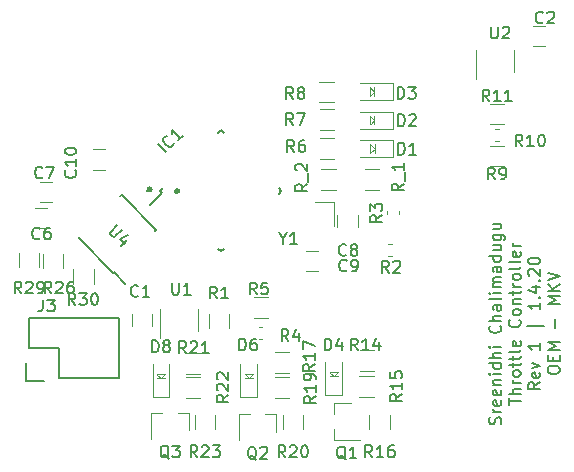
<source format=gto>
G04 #@! TF.GenerationSoftware,KiCad,Pcbnew,(5.1.4-0-10_14)*
G04 #@! TF.CreationDate,2020-01-14T22:28:18-05:00*
G04 #@! TF.ProjectId,throttle,7468726f-7474-46c6-952e-6b696361645f,rev?*
G04 #@! TF.SameCoordinates,Original*
G04 #@! TF.FileFunction,Legend,Top*
G04 #@! TF.FilePolarity,Positive*
%FSLAX46Y46*%
G04 Gerber Fmt 4.6, Leading zero omitted, Abs format (unit mm)*
G04 Created by KiCad (PCBNEW (5.1.4-0-10_14)) date 2020-01-14 22:28:18*
%MOMM*%
%LPD*%
G04 APERTURE LIST*
%ADD10C,0.150000*%
%ADD11C,0.120000*%
%ADD12C,0.100000*%
%ADD13C,0.500000*%
G04 APERTURE END LIST*
D10*
X116636661Y-92802600D02*
X116684280Y-92659742D01*
X116684280Y-92421647D01*
X116636661Y-92326409D01*
X116589042Y-92278790D01*
X116493804Y-92231171D01*
X116398566Y-92231171D01*
X116303328Y-92278790D01*
X116255709Y-92326409D01*
X116208090Y-92421647D01*
X116160471Y-92612123D01*
X116112852Y-92707361D01*
X116065233Y-92754980D01*
X115969995Y-92802600D01*
X115874757Y-92802600D01*
X115779519Y-92754980D01*
X115731900Y-92707361D01*
X115684280Y-92612123D01*
X115684280Y-92374028D01*
X115731900Y-92231171D01*
X116684280Y-91802600D02*
X116017614Y-91802600D01*
X116208090Y-91802600D02*
X116112852Y-91754980D01*
X116065233Y-91707361D01*
X116017614Y-91612123D01*
X116017614Y-91516885D01*
X116636661Y-90802600D02*
X116684280Y-90897838D01*
X116684280Y-91088314D01*
X116636661Y-91183552D01*
X116541423Y-91231171D01*
X116160471Y-91231171D01*
X116065233Y-91183552D01*
X116017614Y-91088314D01*
X116017614Y-90897838D01*
X116065233Y-90802600D01*
X116160471Y-90754980D01*
X116255709Y-90754980D01*
X116350947Y-91231171D01*
X116636661Y-89945457D02*
X116684280Y-90040695D01*
X116684280Y-90231171D01*
X116636661Y-90326409D01*
X116541423Y-90374028D01*
X116160471Y-90374028D01*
X116065233Y-90326409D01*
X116017614Y-90231171D01*
X116017614Y-90040695D01*
X116065233Y-89945457D01*
X116160471Y-89897838D01*
X116255709Y-89897838D01*
X116350947Y-90374028D01*
X116017614Y-89469266D02*
X116684280Y-89469266D01*
X116112852Y-89469266D02*
X116065233Y-89421647D01*
X116017614Y-89326409D01*
X116017614Y-89183552D01*
X116065233Y-89088314D01*
X116160471Y-89040695D01*
X116684280Y-89040695D01*
X116684280Y-88564504D02*
X116017614Y-88564504D01*
X115684280Y-88564504D02*
X115731900Y-88612123D01*
X115779519Y-88564504D01*
X115731900Y-88516885D01*
X115684280Y-88564504D01*
X115779519Y-88564504D01*
X116684280Y-87659742D02*
X115684280Y-87659742D01*
X116636661Y-87659742D02*
X116684280Y-87754980D01*
X116684280Y-87945457D01*
X116636661Y-88040695D01*
X116589042Y-88088314D01*
X116493804Y-88135933D01*
X116208090Y-88135933D01*
X116112852Y-88088314D01*
X116065233Y-88040695D01*
X116017614Y-87945457D01*
X116017614Y-87754980D01*
X116065233Y-87659742D01*
X116684280Y-87183552D02*
X115684280Y-87183552D01*
X116684280Y-86754980D02*
X116160471Y-86754980D01*
X116065233Y-86802600D01*
X116017614Y-86897838D01*
X116017614Y-87040695D01*
X116065233Y-87135933D01*
X116112852Y-87183552D01*
X116684280Y-86278790D02*
X116017614Y-86278790D01*
X115684280Y-86278790D02*
X115731900Y-86326409D01*
X115779519Y-86278790D01*
X115731900Y-86231171D01*
X115684280Y-86278790D01*
X115779519Y-86278790D01*
X116589042Y-84469266D02*
X116636661Y-84516885D01*
X116684280Y-84659742D01*
X116684280Y-84754980D01*
X116636661Y-84897838D01*
X116541423Y-84993076D01*
X116446185Y-85040695D01*
X116255709Y-85088314D01*
X116112852Y-85088314D01*
X115922376Y-85040695D01*
X115827138Y-84993076D01*
X115731900Y-84897838D01*
X115684280Y-84754980D01*
X115684280Y-84659742D01*
X115731900Y-84516885D01*
X115779519Y-84469266D01*
X116684280Y-84040695D02*
X115684280Y-84040695D01*
X116684280Y-83612123D02*
X116160471Y-83612123D01*
X116065233Y-83659742D01*
X116017614Y-83754980D01*
X116017614Y-83897838D01*
X116065233Y-83993076D01*
X116112852Y-84040695D01*
X116684280Y-82707361D02*
X116160471Y-82707361D01*
X116065233Y-82754980D01*
X116017614Y-82850219D01*
X116017614Y-83040695D01*
X116065233Y-83135933D01*
X116636661Y-82707361D02*
X116684280Y-82802600D01*
X116684280Y-83040695D01*
X116636661Y-83135933D01*
X116541423Y-83183552D01*
X116446185Y-83183552D01*
X116350947Y-83135933D01*
X116303328Y-83040695D01*
X116303328Y-82802600D01*
X116255709Y-82707361D01*
X116684280Y-82088314D02*
X116636661Y-82183552D01*
X116541423Y-82231171D01*
X115684280Y-82231171D01*
X116684280Y-81707361D02*
X116017614Y-81707361D01*
X115684280Y-81707361D02*
X115731900Y-81754980D01*
X115779519Y-81707361D01*
X115731900Y-81659742D01*
X115684280Y-81707361D01*
X115779519Y-81707361D01*
X116684280Y-81231171D02*
X116017614Y-81231171D01*
X116112852Y-81231171D02*
X116065233Y-81183552D01*
X116017614Y-81088314D01*
X116017614Y-80945457D01*
X116065233Y-80850219D01*
X116160471Y-80802600D01*
X116684280Y-80802600D01*
X116160471Y-80802600D02*
X116065233Y-80754980D01*
X116017614Y-80659742D01*
X116017614Y-80516885D01*
X116065233Y-80421647D01*
X116160471Y-80374028D01*
X116684280Y-80374028D01*
X116684280Y-79469266D02*
X116160471Y-79469266D01*
X116065233Y-79516885D01*
X116017614Y-79612123D01*
X116017614Y-79802600D01*
X116065233Y-79897838D01*
X116636661Y-79469266D02*
X116684280Y-79564504D01*
X116684280Y-79802600D01*
X116636661Y-79897838D01*
X116541423Y-79945457D01*
X116446185Y-79945457D01*
X116350947Y-79897838D01*
X116303328Y-79802600D01*
X116303328Y-79564504D01*
X116255709Y-79469266D01*
X116684280Y-78564504D02*
X115684280Y-78564504D01*
X116636661Y-78564504D02*
X116684280Y-78659742D01*
X116684280Y-78850219D01*
X116636661Y-78945457D01*
X116589042Y-78993076D01*
X116493804Y-79040695D01*
X116208090Y-79040695D01*
X116112852Y-78993076D01*
X116065233Y-78945457D01*
X116017614Y-78850219D01*
X116017614Y-78659742D01*
X116065233Y-78564504D01*
X116017614Y-77659742D02*
X116684280Y-77659742D01*
X116017614Y-78088314D02*
X116541423Y-78088314D01*
X116636661Y-78040695D01*
X116684280Y-77945457D01*
X116684280Y-77802600D01*
X116636661Y-77707361D01*
X116589042Y-77659742D01*
X116017614Y-76754980D02*
X116827138Y-76754980D01*
X116922376Y-76802600D01*
X116969995Y-76850219D01*
X117017614Y-76945457D01*
X117017614Y-77088314D01*
X116969995Y-77183552D01*
X116636661Y-76754980D02*
X116684280Y-76850219D01*
X116684280Y-77040695D01*
X116636661Y-77135933D01*
X116589042Y-77183552D01*
X116493804Y-77231171D01*
X116208090Y-77231171D01*
X116112852Y-77183552D01*
X116065233Y-77135933D01*
X116017614Y-77040695D01*
X116017614Y-76850219D01*
X116065233Y-76754980D01*
X116017614Y-75850219D02*
X116684280Y-75850219D01*
X116017614Y-76278790D02*
X116541423Y-76278790D01*
X116636661Y-76231171D01*
X116684280Y-76135933D01*
X116684280Y-75993076D01*
X116636661Y-75897838D01*
X116589042Y-75850219D01*
X117334280Y-91159742D02*
X117334280Y-90588314D01*
X118334280Y-90874028D02*
X117334280Y-90874028D01*
X118334280Y-90254980D02*
X117334280Y-90254980D01*
X118334280Y-89826409D02*
X117810471Y-89826409D01*
X117715233Y-89874028D01*
X117667614Y-89969266D01*
X117667614Y-90112123D01*
X117715233Y-90207361D01*
X117762852Y-90254980D01*
X118334280Y-89350219D02*
X117667614Y-89350219D01*
X117858090Y-89350219D02*
X117762852Y-89302600D01*
X117715233Y-89254980D01*
X117667614Y-89159742D01*
X117667614Y-89064504D01*
X118334280Y-88588314D02*
X118286661Y-88683552D01*
X118239042Y-88731171D01*
X118143804Y-88778790D01*
X117858090Y-88778790D01*
X117762852Y-88731171D01*
X117715233Y-88683552D01*
X117667614Y-88588314D01*
X117667614Y-88445457D01*
X117715233Y-88350219D01*
X117762852Y-88302600D01*
X117858090Y-88254980D01*
X118143804Y-88254980D01*
X118239042Y-88302600D01*
X118286661Y-88350219D01*
X118334280Y-88445457D01*
X118334280Y-88588314D01*
X117667614Y-87969266D02*
X117667614Y-87588314D01*
X117334280Y-87826409D02*
X118191423Y-87826409D01*
X118286661Y-87778790D01*
X118334280Y-87683552D01*
X118334280Y-87588314D01*
X117667614Y-87397838D02*
X117667614Y-87016885D01*
X117334280Y-87254980D02*
X118191423Y-87254980D01*
X118286661Y-87207361D01*
X118334280Y-87112123D01*
X118334280Y-87016885D01*
X118334280Y-86540695D02*
X118286661Y-86635933D01*
X118191423Y-86683552D01*
X117334280Y-86683552D01*
X118286661Y-85778790D02*
X118334280Y-85874028D01*
X118334280Y-86064504D01*
X118286661Y-86159742D01*
X118191423Y-86207361D01*
X117810471Y-86207361D01*
X117715233Y-86159742D01*
X117667614Y-86064504D01*
X117667614Y-85874028D01*
X117715233Y-85778790D01*
X117810471Y-85731171D01*
X117905709Y-85731171D01*
X118000947Y-86207361D01*
X118239042Y-83969266D02*
X118286661Y-84016885D01*
X118334280Y-84159742D01*
X118334280Y-84254980D01*
X118286661Y-84397838D01*
X118191423Y-84493076D01*
X118096185Y-84540695D01*
X117905709Y-84588314D01*
X117762852Y-84588314D01*
X117572376Y-84540695D01*
X117477138Y-84493076D01*
X117381900Y-84397838D01*
X117334280Y-84254980D01*
X117334280Y-84159742D01*
X117381900Y-84016885D01*
X117429519Y-83969266D01*
X118334280Y-83397838D02*
X118286661Y-83493076D01*
X118239042Y-83540695D01*
X118143804Y-83588314D01*
X117858090Y-83588314D01*
X117762852Y-83540695D01*
X117715233Y-83493076D01*
X117667614Y-83397838D01*
X117667614Y-83254980D01*
X117715233Y-83159742D01*
X117762852Y-83112123D01*
X117858090Y-83064504D01*
X118143804Y-83064504D01*
X118239042Y-83112123D01*
X118286661Y-83159742D01*
X118334280Y-83254980D01*
X118334280Y-83397838D01*
X117667614Y-82635933D02*
X118334280Y-82635933D01*
X117762852Y-82635933D02*
X117715233Y-82588314D01*
X117667614Y-82493076D01*
X117667614Y-82350219D01*
X117715233Y-82254980D01*
X117810471Y-82207361D01*
X118334280Y-82207361D01*
X117667614Y-81874028D02*
X117667614Y-81493076D01*
X117334280Y-81731171D02*
X118191423Y-81731171D01*
X118286661Y-81683552D01*
X118334280Y-81588314D01*
X118334280Y-81493076D01*
X118334280Y-81159742D02*
X117667614Y-81159742D01*
X117858090Y-81159742D02*
X117762852Y-81112123D01*
X117715233Y-81064504D01*
X117667614Y-80969266D01*
X117667614Y-80874028D01*
X118334280Y-80397838D02*
X118286661Y-80493076D01*
X118239042Y-80540695D01*
X118143804Y-80588314D01*
X117858090Y-80588314D01*
X117762852Y-80540695D01*
X117715233Y-80493076D01*
X117667614Y-80397838D01*
X117667614Y-80254980D01*
X117715233Y-80159742D01*
X117762852Y-80112123D01*
X117858090Y-80064504D01*
X118143804Y-80064504D01*
X118239042Y-80112123D01*
X118286661Y-80159742D01*
X118334280Y-80254980D01*
X118334280Y-80397838D01*
X118334280Y-79493076D02*
X118286661Y-79588314D01*
X118191423Y-79635933D01*
X117334280Y-79635933D01*
X118334280Y-78969266D02*
X118286661Y-79064504D01*
X118191423Y-79112123D01*
X117334280Y-79112123D01*
X118286661Y-78207361D02*
X118334280Y-78302600D01*
X118334280Y-78493076D01*
X118286661Y-78588314D01*
X118191423Y-78635933D01*
X117810471Y-78635933D01*
X117715233Y-78588314D01*
X117667614Y-78493076D01*
X117667614Y-78302600D01*
X117715233Y-78207361D01*
X117810471Y-78159742D01*
X117905709Y-78159742D01*
X118000947Y-78635933D01*
X118334280Y-77731171D02*
X117667614Y-77731171D01*
X117858090Y-77731171D02*
X117762852Y-77683552D01*
X117715233Y-77635933D01*
X117667614Y-77540695D01*
X117667614Y-77445457D01*
X119984280Y-89278790D02*
X119508090Y-89612123D01*
X119984280Y-89850219D02*
X118984280Y-89850219D01*
X118984280Y-89469266D01*
X119031900Y-89374028D01*
X119079519Y-89326409D01*
X119174757Y-89278790D01*
X119317614Y-89278790D01*
X119412852Y-89326409D01*
X119460471Y-89374028D01*
X119508090Y-89469266D01*
X119508090Y-89850219D01*
X119936661Y-88469266D02*
X119984280Y-88564504D01*
X119984280Y-88754980D01*
X119936661Y-88850219D01*
X119841423Y-88897838D01*
X119460471Y-88897838D01*
X119365233Y-88850219D01*
X119317614Y-88754980D01*
X119317614Y-88564504D01*
X119365233Y-88469266D01*
X119460471Y-88421647D01*
X119555709Y-88421647D01*
X119650947Y-88897838D01*
X119317614Y-88088314D02*
X119984280Y-87850219D01*
X119317614Y-87612123D01*
X119984280Y-85945457D02*
X119984280Y-86516885D01*
X119984280Y-86231171D02*
X118984280Y-86231171D01*
X119127138Y-86326409D01*
X119222376Y-86421647D01*
X119269995Y-86516885D01*
X120317614Y-84516885D02*
X118889042Y-84516885D01*
X119984280Y-82516885D02*
X119984280Y-83088314D01*
X119984280Y-82802600D02*
X118984280Y-82802600D01*
X119127138Y-82897838D01*
X119222376Y-82993076D01*
X119269995Y-83088314D01*
X119889042Y-82088314D02*
X119936661Y-82040695D01*
X119984280Y-82088314D01*
X119936661Y-82135933D01*
X119889042Y-82088314D01*
X119984280Y-82088314D01*
X119317614Y-81183552D02*
X119984280Y-81183552D01*
X118936661Y-81421647D02*
X119650947Y-81659742D01*
X119650947Y-81040695D01*
X119889042Y-80659742D02*
X119936661Y-80612123D01*
X119984280Y-80659742D01*
X119936661Y-80707361D01*
X119889042Y-80659742D01*
X119984280Y-80659742D01*
X119079519Y-80231171D02*
X119031900Y-80183552D01*
X118984280Y-80088314D01*
X118984280Y-79850219D01*
X119031900Y-79754980D01*
X119079519Y-79707361D01*
X119174757Y-79659742D01*
X119269995Y-79659742D01*
X119412852Y-79707361D01*
X119984280Y-80278790D01*
X119984280Y-79659742D01*
X118984280Y-79040695D02*
X118984280Y-78945457D01*
X119031900Y-78850219D01*
X119079519Y-78802600D01*
X119174757Y-78754980D01*
X119365233Y-78707361D01*
X119603328Y-78707361D01*
X119793804Y-78754980D01*
X119889042Y-78802600D01*
X119936661Y-78850219D01*
X119984280Y-78945457D01*
X119984280Y-79040695D01*
X119936661Y-79135933D01*
X119889042Y-79183552D01*
X119793804Y-79231171D01*
X119603328Y-79278790D01*
X119365233Y-79278790D01*
X119174757Y-79231171D01*
X119079519Y-79183552D01*
X119031900Y-79135933D01*
X118984280Y-79040695D01*
X120634280Y-88302600D02*
X120634280Y-88112123D01*
X120681900Y-88016885D01*
X120777138Y-87921647D01*
X120967614Y-87874028D01*
X121300947Y-87874028D01*
X121491423Y-87921647D01*
X121586661Y-88016885D01*
X121634280Y-88112123D01*
X121634280Y-88302600D01*
X121586661Y-88397838D01*
X121491423Y-88493076D01*
X121300947Y-88540695D01*
X120967614Y-88540695D01*
X120777138Y-88493076D01*
X120681900Y-88397838D01*
X120634280Y-88302600D01*
X121110471Y-87445457D02*
X121110471Y-87112123D01*
X121634280Y-86969266D02*
X121634280Y-87445457D01*
X120634280Y-87445457D01*
X120634280Y-86969266D01*
X121634280Y-86540695D02*
X120634280Y-86540695D01*
X121348566Y-86207361D01*
X120634280Y-85874028D01*
X121634280Y-85874028D01*
X121253328Y-84635933D02*
X121253328Y-83874028D01*
X121634280Y-82635933D02*
X120634280Y-82635933D01*
X121348566Y-82302600D01*
X120634280Y-81969266D01*
X121634280Y-81969266D01*
X121634280Y-81493076D02*
X120634280Y-81493076D01*
X121634280Y-80921647D02*
X121062852Y-81350219D01*
X120634280Y-80921647D02*
X121205709Y-81493076D01*
X120634280Y-80635933D02*
X121634280Y-80302600D01*
X120634280Y-79969266D01*
D11*
X116932000Y-70984000D02*
X115732000Y-70984000D01*
X115732000Y-69224000D02*
X116932000Y-69224000D01*
X97518000Y-88836000D02*
X98718000Y-88836000D01*
X98718000Y-90596000D02*
X97518000Y-90596000D01*
X104689000Y-88726000D02*
X105889000Y-88726000D01*
X105889000Y-90486000D02*
X104689000Y-90486000D01*
X87094800Y-84494800D02*
X87094800Y-83494800D01*
X85394800Y-83494800D02*
X85394800Y-84494800D01*
X120404000Y-59094000D02*
X119404000Y-59094000D01*
X119404000Y-60794000D02*
X120404000Y-60794000D01*
X78258800Y-74491800D02*
X77258800Y-74491800D01*
X77258800Y-76191800D02*
X78258800Y-76191800D01*
X78650000Y-72325000D02*
X77650000Y-72325000D01*
X77650000Y-74025000D02*
X78650000Y-74025000D01*
X104532800Y-76103100D02*
X104532800Y-75103100D01*
X102832800Y-75103100D02*
X102832800Y-76103100D01*
X100185600Y-79831300D02*
X101185600Y-79831300D01*
X101185600Y-78131300D02*
X100185600Y-78131300D01*
X82175000Y-71250000D02*
X83175000Y-71250000D01*
X83175000Y-69550000D02*
X82175000Y-69550000D01*
D12*
X105975000Y-69125000D02*
X105975000Y-69475000D01*
X105975000Y-69475000D02*
X105975000Y-69825000D01*
X105625000Y-69125000D02*
X105975000Y-69475000D01*
X105625000Y-69175000D02*
X105625000Y-69125000D01*
X105625000Y-69125000D02*
X105625000Y-69175000D01*
X105625000Y-69825000D02*
X105625000Y-69175000D01*
X105675000Y-69775000D02*
X105625000Y-69825000D01*
X105975000Y-69475000D02*
X105675000Y-69775000D01*
D11*
X107575000Y-70175000D02*
X107575000Y-68775000D01*
X107575000Y-68775000D02*
X104775000Y-68775000D01*
X107575000Y-70175000D02*
X104775000Y-70175000D01*
D12*
X105950000Y-66725000D02*
X105950000Y-67075000D01*
X105950000Y-67075000D02*
X105950000Y-67425000D01*
X105600000Y-66725000D02*
X105950000Y-67075000D01*
X105600000Y-66775000D02*
X105600000Y-66725000D01*
X105600000Y-66725000D02*
X105600000Y-66775000D01*
X105600000Y-67425000D02*
X105600000Y-66775000D01*
X105650000Y-67375000D02*
X105600000Y-67425000D01*
X105950000Y-67075000D02*
X105650000Y-67375000D01*
D11*
X107550000Y-67775000D02*
X107550000Y-66375000D01*
X107550000Y-66375000D02*
X104750000Y-66375000D01*
X107550000Y-67775000D02*
X104750000Y-67775000D01*
X107550000Y-65350000D02*
X104750000Y-65350000D01*
X107550000Y-63950000D02*
X104750000Y-63950000D01*
X107550000Y-65350000D02*
X107550000Y-63950000D01*
D12*
X105950000Y-64650000D02*
X105650000Y-64950000D01*
X105650000Y-64950000D02*
X105600000Y-65000000D01*
X105600000Y-65000000D02*
X105600000Y-64350000D01*
X105600000Y-64300000D02*
X105600000Y-64350000D01*
X105600000Y-64350000D02*
X105600000Y-64300000D01*
X105600000Y-64300000D02*
X105950000Y-64650000D01*
X105950000Y-64650000D02*
X105950000Y-65000000D01*
X105950000Y-64300000D02*
X105950000Y-64650000D01*
X102859000Y-88736000D02*
X102509000Y-88736000D01*
X102509000Y-88736000D02*
X102159000Y-88736000D01*
X102859000Y-88386000D02*
X102509000Y-88736000D01*
X102809000Y-88386000D02*
X102859000Y-88386000D01*
X102859000Y-88386000D02*
X102809000Y-88386000D01*
X102159000Y-88386000D02*
X102809000Y-88386000D01*
X102209000Y-88436000D02*
X102159000Y-88386000D01*
X102509000Y-88736000D02*
X102209000Y-88436000D01*
D11*
X101809000Y-90336000D02*
X103209000Y-90336000D01*
X103209000Y-90336000D02*
X103209000Y-87536000D01*
X101809000Y-90336000D02*
X101809000Y-87536000D01*
D12*
X95668000Y-88871000D02*
X95318000Y-88871000D01*
X95318000Y-88871000D02*
X94968000Y-88871000D01*
X95668000Y-88521000D02*
X95318000Y-88871000D01*
X95618000Y-88521000D02*
X95668000Y-88521000D01*
X95668000Y-88521000D02*
X95618000Y-88521000D01*
X94968000Y-88521000D02*
X95618000Y-88521000D01*
X95018000Y-88571000D02*
X94968000Y-88521000D01*
X95318000Y-88871000D02*
X95018000Y-88571000D01*
D11*
X94618000Y-90471000D02*
X96018000Y-90471000D01*
X96018000Y-90471000D02*
X96018000Y-87671000D01*
X94618000Y-90471000D02*
X94618000Y-87671000D01*
X87175000Y-90525000D02*
X87175000Y-87725000D01*
X88575000Y-90525000D02*
X88575000Y-87725000D01*
X87175000Y-90525000D02*
X88575000Y-90525000D01*
D12*
X87875000Y-88925000D02*
X87575000Y-88625000D01*
X87575000Y-88625000D02*
X87525000Y-88575000D01*
X87525000Y-88575000D02*
X88175000Y-88575000D01*
X88225000Y-88575000D02*
X88175000Y-88575000D01*
X88175000Y-88575000D02*
X88225000Y-88575000D01*
X88225000Y-88575000D02*
X87875000Y-88925000D01*
X87875000Y-88925000D02*
X87525000Y-88925000D01*
X88225000Y-88925000D02*
X87875000Y-88925000D01*
D13*
X89261054Y-73067285D02*
G75*
G03X89261054Y-73067285I-50801J0D01*
G01*
X86926186Y-72923600D02*
G75*
G03X86926186Y-72923600I-50800J0D01*
G01*
D10*
X87837476Y-73049324D02*
X87996575Y-73208423D01*
X92964000Y-67922800D02*
X93193810Y-68152610D01*
X98090524Y-73049324D02*
X97860714Y-72819514D01*
X92964000Y-78175848D02*
X92734190Y-77946038D01*
X87837476Y-73049324D02*
X88067286Y-72819514D01*
X92964000Y-78175848D02*
X93193810Y-77946038D01*
X98090524Y-73049324D02*
X97860714Y-73279134D01*
X92964000Y-67922800D02*
X92734190Y-68152610D01*
X87996575Y-73208423D02*
X86988948Y-74216050D01*
X79248000Y-83820000D02*
X76708000Y-83820000D01*
X76708000Y-83820000D02*
X76708000Y-86360000D01*
X76428000Y-89180000D02*
X77978000Y-89180000D01*
X84328000Y-83820000D02*
X79248000Y-83820000D01*
X84328000Y-88900000D02*
X84328000Y-83820000D01*
X79248000Y-86360000D02*
X79248000Y-88900000D01*
X76708000Y-86360000D02*
X79248000Y-86360000D01*
X76428000Y-89180000D02*
X76428000Y-87630000D01*
X79248000Y-88900000D02*
X84328000Y-88900000D01*
D11*
X102554000Y-91026000D02*
X104014000Y-91026000D01*
X102554000Y-94186000D02*
X104714000Y-94186000D01*
X102554000Y-94186000D02*
X102554000Y-93256000D01*
X102554000Y-91026000D02*
X102554000Y-91956000D01*
X97648000Y-91981000D02*
X97648000Y-93441000D01*
X94488000Y-91981000D02*
X94488000Y-94141000D01*
X94488000Y-91981000D02*
X95418000Y-91981000D01*
X97648000Y-91981000D02*
X96718000Y-91981000D01*
X90244000Y-91876000D02*
X89314000Y-91876000D01*
X87084000Y-91876000D02*
X88014000Y-91876000D01*
X87084000Y-91876000D02*
X87084000Y-94036000D01*
X90244000Y-91876000D02*
X90244000Y-93336000D01*
X91920000Y-84650000D02*
X91920000Y-83450000D01*
X93680000Y-83450000D02*
X93680000Y-84650000D01*
X107112221Y-77565000D02*
X107437779Y-77565000D01*
X107112221Y-78585000D02*
X107437779Y-78585000D01*
X108015500Y-75054679D02*
X108015500Y-74729121D01*
X106995500Y-75054679D02*
X106995500Y-74729121D01*
X96149721Y-84565000D02*
X96475279Y-84565000D01*
X96149721Y-85585000D02*
X96475279Y-85585000D01*
X96950000Y-83780000D02*
X95750000Y-83780000D01*
X95750000Y-82020000D02*
X96950000Y-82020000D01*
X101359000Y-68566000D02*
X102559000Y-68566000D01*
X102559000Y-70326000D02*
X101359000Y-70326000D01*
X102525000Y-67905000D02*
X101325000Y-67905000D01*
X101325000Y-66145000D02*
X102525000Y-66145000D01*
X101300000Y-63795000D02*
X102500000Y-63795000D01*
X102500000Y-65555000D02*
X101300000Y-65555000D01*
X116143721Y-68836000D02*
X116469279Y-68836000D01*
X116143721Y-67816000D02*
X116469279Y-67816000D01*
X116932000Y-67428000D02*
X115732000Y-67428000D01*
X115732000Y-65668000D02*
X116932000Y-65668000D01*
X105914000Y-88311000D02*
X104714000Y-88311000D01*
X104714000Y-86551000D02*
X105914000Y-86551000D01*
X105534000Y-93206000D02*
X105534000Y-92006000D01*
X107294000Y-92006000D02*
X107294000Y-93206000D01*
X97518000Y-86686000D02*
X98718000Y-86686000D01*
X98718000Y-88446000D02*
X97518000Y-88446000D01*
X98188000Y-93216000D02*
X98188000Y-92016000D01*
X99948000Y-92016000D02*
X99948000Y-93216000D01*
X90025000Y-86795000D02*
X91225000Y-86795000D01*
X91225000Y-88555000D02*
X90025000Y-88555000D01*
X91214000Y-90566000D02*
X90014000Y-90566000D01*
X90014000Y-88806000D02*
X91214000Y-88806000D01*
X90734000Y-93211000D02*
X90734000Y-92011000D01*
X92494000Y-92011000D02*
X92494000Y-93211000D01*
X77860000Y-79594000D02*
X77860000Y-78394000D01*
X79620000Y-78394000D02*
X79620000Y-79594000D01*
X75828000Y-79528000D02*
X75828000Y-78328000D01*
X77588000Y-78328000D02*
X77588000Y-79528000D01*
X82180000Y-79700000D02*
X82180000Y-80900000D01*
X80420000Y-80900000D02*
X80420000Y-79700000D01*
X106350000Y-72980000D02*
X105150000Y-72980000D01*
X105150000Y-71220000D02*
X106350000Y-71220000D01*
X101475000Y-71220000D02*
X102675000Y-71220000D01*
X102675000Y-72980000D02*
X101475000Y-72980000D01*
X87798000Y-83090000D02*
X87798000Y-85540000D01*
X91018000Y-84890000D02*
X91018000Y-83090000D01*
X117754000Y-62960000D02*
X117754000Y-61160000D01*
X114534000Y-61160000D02*
X114534000Y-63610000D01*
D10*
X83846447Y-79988047D02*
X83881802Y-79952691D01*
X80911953Y-77053553D02*
X81014484Y-76951023D01*
X84553553Y-73411953D02*
X84451023Y-73514484D01*
X87488047Y-76346447D02*
X87385516Y-76448977D01*
X83846447Y-79988047D02*
X80911953Y-77053553D01*
X87488047Y-76346447D02*
X84553553Y-73411953D01*
X83881802Y-79952691D02*
X84871751Y-80942641D01*
D12*
X102552300Y-74009500D02*
X102552300Y-76009500D01*
X102552300Y-74009500D02*
X100952300Y-74009500D01*
D10*
X116165333Y-72080380D02*
X115832000Y-71604190D01*
X115593904Y-72080380D02*
X115593904Y-71080380D01*
X115974857Y-71080380D01*
X116070095Y-71128000D01*
X116117714Y-71175619D01*
X116165333Y-71270857D01*
X116165333Y-71413714D01*
X116117714Y-71508952D01*
X116070095Y-71556571D01*
X115974857Y-71604190D01*
X115593904Y-71604190D01*
X116641523Y-72080380D02*
X116832000Y-72080380D01*
X116927238Y-72032761D01*
X116974857Y-71985142D01*
X117070095Y-71842285D01*
X117117714Y-71651809D01*
X117117714Y-71270857D01*
X117070095Y-71175619D01*
X117022476Y-71128000D01*
X116927238Y-71080380D01*
X116736761Y-71080380D01*
X116641523Y-71128000D01*
X116593904Y-71175619D01*
X116546285Y-71270857D01*
X116546285Y-71508952D01*
X116593904Y-71604190D01*
X116641523Y-71651809D01*
X116736761Y-71699428D01*
X116927238Y-71699428D01*
X117022476Y-71651809D01*
X117070095Y-71604190D01*
X117117714Y-71508952D01*
X100977380Y-90442857D02*
X100501190Y-90776190D01*
X100977380Y-91014285D02*
X99977380Y-91014285D01*
X99977380Y-90633333D01*
X100025000Y-90538095D01*
X100072619Y-90490476D01*
X100167857Y-90442857D01*
X100310714Y-90442857D01*
X100405952Y-90490476D01*
X100453571Y-90538095D01*
X100501190Y-90633333D01*
X100501190Y-91014285D01*
X100977380Y-89490476D02*
X100977380Y-90061904D01*
X100977380Y-89776190D02*
X99977380Y-89776190D01*
X100120238Y-89871428D01*
X100215476Y-89966666D01*
X100263095Y-90061904D01*
X100977380Y-89014285D02*
X100977380Y-88823809D01*
X100929761Y-88728571D01*
X100882142Y-88680952D01*
X100739285Y-88585714D01*
X100548809Y-88538095D01*
X100167857Y-88538095D01*
X100072619Y-88585714D01*
X100025000Y-88633333D01*
X99977380Y-88728571D01*
X99977380Y-88919047D01*
X100025000Y-89014285D01*
X100072619Y-89061904D01*
X100167857Y-89109523D01*
X100405952Y-89109523D01*
X100501190Y-89061904D01*
X100548809Y-89014285D01*
X100596428Y-88919047D01*
X100596428Y-88728571D01*
X100548809Y-88633333D01*
X100501190Y-88585714D01*
X100405952Y-88538095D01*
X108281380Y-90248857D02*
X107805190Y-90582190D01*
X108281380Y-90820285D02*
X107281380Y-90820285D01*
X107281380Y-90439333D01*
X107329000Y-90344095D01*
X107376619Y-90296476D01*
X107471857Y-90248857D01*
X107614714Y-90248857D01*
X107709952Y-90296476D01*
X107757571Y-90344095D01*
X107805190Y-90439333D01*
X107805190Y-90820285D01*
X108281380Y-89296476D02*
X108281380Y-89867904D01*
X108281380Y-89582190D02*
X107281380Y-89582190D01*
X107424238Y-89677428D01*
X107519476Y-89772666D01*
X107567095Y-89867904D01*
X107281380Y-88391714D02*
X107281380Y-88867904D01*
X107757571Y-88915523D01*
X107709952Y-88867904D01*
X107662333Y-88772666D01*
X107662333Y-88534571D01*
X107709952Y-88439333D01*
X107757571Y-88391714D01*
X107852809Y-88344095D01*
X108090904Y-88344095D01*
X108186142Y-88391714D01*
X108233761Y-88439333D01*
X108281380Y-88534571D01*
X108281380Y-88772666D01*
X108233761Y-88867904D01*
X108186142Y-88915523D01*
X85948133Y-81926942D02*
X85900514Y-81974561D01*
X85757657Y-82022180D01*
X85662419Y-82022180D01*
X85519561Y-81974561D01*
X85424323Y-81879323D01*
X85376704Y-81784085D01*
X85329085Y-81593609D01*
X85329085Y-81450752D01*
X85376704Y-81260276D01*
X85424323Y-81165038D01*
X85519561Y-81069800D01*
X85662419Y-81022180D01*
X85757657Y-81022180D01*
X85900514Y-81069800D01*
X85948133Y-81117419D01*
X86900514Y-82022180D02*
X86329085Y-82022180D01*
X86614800Y-82022180D02*
X86614800Y-81022180D01*
X86519561Y-81165038D01*
X86424323Y-81260276D01*
X86329085Y-81307895D01*
X120229333Y-58777142D02*
X120181714Y-58824761D01*
X120038857Y-58872380D01*
X119943619Y-58872380D01*
X119800761Y-58824761D01*
X119705523Y-58729523D01*
X119657904Y-58634285D01*
X119610285Y-58443809D01*
X119610285Y-58300952D01*
X119657904Y-58110476D01*
X119705523Y-58015238D01*
X119800761Y-57920000D01*
X119943619Y-57872380D01*
X120038857Y-57872380D01*
X120181714Y-57920000D01*
X120229333Y-57967619D01*
X120610285Y-57967619D02*
X120657904Y-57920000D01*
X120753142Y-57872380D01*
X120991238Y-57872380D01*
X121086476Y-57920000D01*
X121134095Y-57967619D01*
X121181714Y-58062857D01*
X121181714Y-58158095D01*
X121134095Y-58300952D01*
X120562666Y-58872380D01*
X121181714Y-58872380D01*
X77612133Y-77065142D02*
X77564514Y-77112761D01*
X77421657Y-77160380D01*
X77326419Y-77160380D01*
X77183561Y-77112761D01*
X77088323Y-77017523D01*
X77040704Y-76922285D01*
X76993085Y-76731809D01*
X76993085Y-76588952D01*
X77040704Y-76398476D01*
X77088323Y-76303238D01*
X77183561Y-76208000D01*
X77326419Y-76160380D01*
X77421657Y-76160380D01*
X77564514Y-76208000D01*
X77612133Y-76255619D01*
X78469276Y-76160380D02*
X78278800Y-76160380D01*
X78183561Y-76208000D01*
X78135942Y-76255619D01*
X78040704Y-76398476D01*
X77993085Y-76588952D01*
X77993085Y-76969904D01*
X78040704Y-77065142D01*
X78088323Y-77112761D01*
X78183561Y-77160380D01*
X78374038Y-77160380D01*
X78469276Y-77112761D01*
X78516895Y-77065142D01*
X78564514Y-76969904D01*
X78564514Y-76731809D01*
X78516895Y-76636571D01*
X78469276Y-76588952D01*
X78374038Y-76541333D01*
X78183561Y-76541333D01*
X78088323Y-76588952D01*
X78040704Y-76636571D01*
X77993085Y-76731809D01*
X77853333Y-71902142D02*
X77805714Y-71949761D01*
X77662857Y-71997380D01*
X77567619Y-71997380D01*
X77424761Y-71949761D01*
X77329523Y-71854523D01*
X77281904Y-71759285D01*
X77234285Y-71568809D01*
X77234285Y-71425952D01*
X77281904Y-71235476D01*
X77329523Y-71140238D01*
X77424761Y-71045000D01*
X77567619Y-70997380D01*
X77662857Y-70997380D01*
X77805714Y-71045000D01*
X77853333Y-71092619D01*
X78186666Y-70997380D02*
X78853333Y-70997380D01*
X78424761Y-71997380D01*
X103566933Y-78462142D02*
X103519314Y-78509761D01*
X103376457Y-78557380D01*
X103281219Y-78557380D01*
X103138361Y-78509761D01*
X103043123Y-78414523D01*
X102995504Y-78319285D01*
X102947885Y-78128809D01*
X102947885Y-77985952D01*
X102995504Y-77795476D01*
X103043123Y-77700238D01*
X103138361Y-77605000D01*
X103281219Y-77557380D01*
X103376457Y-77557380D01*
X103519314Y-77605000D01*
X103566933Y-77652619D01*
X104138361Y-77985952D02*
X104043123Y-77938333D01*
X103995504Y-77890714D01*
X103947885Y-77795476D01*
X103947885Y-77747857D01*
X103995504Y-77652619D01*
X104043123Y-77605000D01*
X104138361Y-77557380D01*
X104328838Y-77557380D01*
X104424076Y-77605000D01*
X104471695Y-77652619D01*
X104519314Y-77747857D01*
X104519314Y-77795476D01*
X104471695Y-77890714D01*
X104424076Y-77938333D01*
X104328838Y-77985952D01*
X104138361Y-77985952D01*
X104043123Y-78033571D01*
X103995504Y-78081190D01*
X103947885Y-78176428D01*
X103947885Y-78366904D01*
X103995504Y-78462142D01*
X104043123Y-78509761D01*
X104138361Y-78557380D01*
X104328838Y-78557380D01*
X104424076Y-78509761D01*
X104471695Y-78462142D01*
X104519314Y-78366904D01*
X104519314Y-78176428D01*
X104471695Y-78081190D01*
X104424076Y-78033571D01*
X104328838Y-77985952D01*
X103605033Y-79782942D02*
X103557414Y-79830561D01*
X103414557Y-79878180D01*
X103319319Y-79878180D01*
X103176461Y-79830561D01*
X103081223Y-79735323D01*
X103033604Y-79640085D01*
X102985985Y-79449609D01*
X102985985Y-79306752D01*
X103033604Y-79116276D01*
X103081223Y-79021038D01*
X103176461Y-78925800D01*
X103319319Y-78878180D01*
X103414557Y-78878180D01*
X103557414Y-78925800D01*
X103605033Y-78973419D01*
X104081223Y-79878180D02*
X104271700Y-79878180D01*
X104366938Y-79830561D01*
X104414557Y-79782942D01*
X104509795Y-79640085D01*
X104557414Y-79449609D01*
X104557414Y-79068657D01*
X104509795Y-78973419D01*
X104462176Y-78925800D01*
X104366938Y-78878180D01*
X104176461Y-78878180D01*
X104081223Y-78925800D01*
X104033604Y-78973419D01*
X103985985Y-79068657D01*
X103985985Y-79306752D01*
X104033604Y-79401990D01*
X104081223Y-79449609D01*
X104176461Y-79497228D01*
X104366938Y-79497228D01*
X104462176Y-79449609D01*
X104509795Y-79401990D01*
X104557414Y-79306752D01*
X80632142Y-71317857D02*
X80679761Y-71365476D01*
X80727380Y-71508333D01*
X80727380Y-71603571D01*
X80679761Y-71746428D01*
X80584523Y-71841666D01*
X80489285Y-71889285D01*
X80298809Y-71936904D01*
X80155952Y-71936904D01*
X79965476Y-71889285D01*
X79870238Y-71841666D01*
X79775000Y-71746428D01*
X79727380Y-71603571D01*
X79727380Y-71508333D01*
X79775000Y-71365476D01*
X79822619Y-71317857D01*
X80727380Y-70365476D02*
X80727380Y-70936904D01*
X80727380Y-70651190D02*
X79727380Y-70651190D01*
X79870238Y-70746428D01*
X79965476Y-70841666D01*
X80013095Y-70936904D01*
X79727380Y-69746428D02*
X79727380Y-69651190D01*
X79775000Y-69555952D01*
X79822619Y-69508333D01*
X79917857Y-69460714D01*
X80108333Y-69413095D01*
X80346428Y-69413095D01*
X80536904Y-69460714D01*
X80632142Y-69508333D01*
X80679761Y-69555952D01*
X80727380Y-69651190D01*
X80727380Y-69746428D01*
X80679761Y-69841666D01*
X80632142Y-69889285D01*
X80536904Y-69936904D01*
X80346428Y-69984523D01*
X80108333Y-69984523D01*
X79917857Y-69936904D01*
X79822619Y-69889285D01*
X79775000Y-69841666D01*
X79727380Y-69746428D01*
X107961904Y-69977380D02*
X107961904Y-68977380D01*
X108200000Y-68977380D01*
X108342857Y-69025000D01*
X108438095Y-69120238D01*
X108485714Y-69215476D01*
X108533333Y-69405952D01*
X108533333Y-69548809D01*
X108485714Y-69739285D01*
X108438095Y-69834523D01*
X108342857Y-69929761D01*
X108200000Y-69977380D01*
X107961904Y-69977380D01*
X109485714Y-69977380D02*
X108914285Y-69977380D01*
X109200000Y-69977380D02*
X109200000Y-68977380D01*
X109104761Y-69120238D01*
X109009523Y-69215476D01*
X108914285Y-69263095D01*
X107961904Y-67577380D02*
X107961904Y-66577380D01*
X108200000Y-66577380D01*
X108342857Y-66625000D01*
X108438095Y-66720238D01*
X108485714Y-66815476D01*
X108533333Y-67005952D01*
X108533333Y-67148809D01*
X108485714Y-67339285D01*
X108438095Y-67434523D01*
X108342857Y-67529761D01*
X108200000Y-67577380D01*
X107961904Y-67577380D01*
X108914285Y-66672619D02*
X108961904Y-66625000D01*
X109057142Y-66577380D01*
X109295238Y-66577380D01*
X109390476Y-66625000D01*
X109438095Y-66672619D01*
X109485714Y-66767857D01*
X109485714Y-66863095D01*
X109438095Y-67005952D01*
X108866666Y-67577380D01*
X109485714Y-67577380D01*
X107936904Y-65252380D02*
X107936904Y-64252380D01*
X108175000Y-64252380D01*
X108317857Y-64300000D01*
X108413095Y-64395238D01*
X108460714Y-64490476D01*
X108508333Y-64680952D01*
X108508333Y-64823809D01*
X108460714Y-65014285D01*
X108413095Y-65109523D01*
X108317857Y-65204761D01*
X108175000Y-65252380D01*
X107936904Y-65252380D01*
X108841666Y-64252380D02*
X109460714Y-64252380D01*
X109127380Y-64633333D01*
X109270238Y-64633333D01*
X109365476Y-64680952D01*
X109413095Y-64728571D01*
X109460714Y-64823809D01*
X109460714Y-65061904D01*
X109413095Y-65157142D01*
X109365476Y-65204761D01*
X109270238Y-65252380D01*
X108984523Y-65252380D01*
X108889285Y-65204761D01*
X108841666Y-65157142D01*
X101750904Y-86558380D02*
X101750904Y-85558380D01*
X101989000Y-85558380D01*
X102131857Y-85606000D01*
X102227095Y-85701238D01*
X102274714Y-85796476D01*
X102322333Y-85986952D01*
X102322333Y-86129809D01*
X102274714Y-86320285D01*
X102227095Y-86415523D01*
X102131857Y-86510761D01*
X101989000Y-86558380D01*
X101750904Y-86558380D01*
X103179476Y-85891714D02*
X103179476Y-86558380D01*
X102941380Y-85510761D02*
X102703285Y-86225047D01*
X103322333Y-86225047D01*
X94511904Y-86558380D02*
X94511904Y-85558380D01*
X94750000Y-85558380D01*
X94892857Y-85606000D01*
X94988095Y-85701238D01*
X95035714Y-85796476D01*
X95083333Y-85986952D01*
X95083333Y-86129809D01*
X95035714Y-86320285D01*
X94988095Y-86415523D01*
X94892857Y-86510761D01*
X94750000Y-86558380D01*
X94511904Y-86558380D01*
X95940476Y-85558380D02*
X95750000Y-85558380D01*
X95654761Y-85606000D01*
X95607142Y-85653619D01*
X95511904Y-85796476D01*
X95464285Y-85986952D01*
X95464285Y-86367904D01*
X95511904Y-86463142D01*
X95559523Y-86510761D01*
X95654761Y-86558380D01*
X95845238Y-86558380D01*
X95940476Y-86510761D01*
X95988095Y-86463142D01*
X96035714Y-86367904D01*
X96035714Y-86129809D01*
X95988095Y-86034571D01*
X95940476Y-85986952D01*
X95845238Y-85939333D01*
X95654761Y-85939333D01*
X95559523Y-85986952D01*
X95511904Y-86034571D01*
X95464285Y-86129809D01*
X87126904Y-86717380D02*
X87126904Y-85717380D01*
X87365000Y-85717380D01*
X87507857Y-85765000D01*
X87603095Y-85860238D01*
X87650714Y-85955476D01*
X87698333Y-86145952D01*
X87698333Y-86288809D01*
X87650714Y-86479285D01*
X87603095Y-86574523D01*
X87507857Y-86669761D01*
X87365000Y-86717380D01*
X87126904Y-86717380D01*
X88269761Y-86145952D02*
X88174523Y-86098333D01*
X88126904Y-86050714D01*
X88079285Y-85955476D01*
X88079285Y-85907857D01*
X88126904Y-85812619D01*
X88174523Y-85765000D01*
X88269761Y-85717380D01*
X88460238Y-85717380D01*
X88555476Y-85765000D01*
X88603095Y-85812619D01*
X88650714Y-85907857D01*
X88650714Y-85955476D01*
X88603095Y-86050714D01*
X88555476Y-86098333D01*
X88460238Y-86145952D01*
X88269761Y-86145952D01*
X88174523Y-86193571D01*
X88126904Y-86241190D01*
X88079285Y-86336428D01*
X88079285Y-86526904D01*
X88126904Y-86622142D01*
X88174523Y-86669761D01*
X88269761Y-86717380D01*
X88460238Y-86717380D01*
X88555476Y-86669761D01*
X88603095Y-86622142D01*
X88650714Y-86526904D01*
X88650714Y-86336428D01*
X88603095Y-86241190D01*
X88555476Y-86193571D01*
X88460238Y-86145952D01*
X88315614Y-69781480D02*
X87608507Y-69074373D01*
X88989049Y-68973358D02*
X88989049Y-69040702D01*
X88921706Y-69175389D01*
X88854362Y-69242732D01*
X88719675Y-69310076D01*
X88584988Y-69310076D01*
X88483973Y-69276404D01*
X88315614Y-69175389D01*
X88214599Y-69074373D01*
X88113584Y-68906015D01*
X88079912Y-68804999D01*
X88079912Y-68670312D01*
X88147255Y-68535625D01*
X88214599Y-68468282D01*
X88349286Y-68400938D01*
X88416629Y-68400938D01*
X89729828Y-68367266D02*
X89325767Y-68771328D01*
X89527797Y-68569297D02*
X88820691Y-67862190D01*
X88854362Y-68030549D01*
X88854362Y-68165236D01*
X88820691Y-68266251D01*
X77898666Y-82256380D02*
X77898666Y-82970666D01*
X77851047Y-83113523D01*
X77755809Y-83208761D01*
X77612952Y-83256380D01*
X77517714Y-83256380D01*
X78279619Y-82256380D02*
X78898666Y-82256380D01*
X78565333Y-82637333D01*
X78708190Y-82637333D01*
X78803428Y-82684952D01*
X78851047Y-82732571D01*
X78898666Y-82827809D01*
X78898666Y-83065904D01*
X78851047Y-83161142D01*
X78803428Y-83208761D01*
X78708190Y-83256380D01*
X78422476Y-83256380D01*
X78327238Y-83208761D01*
X78279619Y-83161142D01*
X103536761Y-95797619D02*
X103441523Y-95750000D01*
X103346285Y-95654761D01*
X103203428Y-95511904D01*
X103108190Y-95464285D01*
X103012952Y-95464285D01*
X103060571Y-95702380D02*
X102965333Y-95654761D01*
X102870095Y-95559523D01*
X102822476Y-95369047D01*
X102822476Y-95035714D01*
X102870095Y-94845238D01*
X102965333Y-94750000D01*
X103060571Y-94702380D01*
X103251047Y-94702380D01*
X103346285Y-94750000D01*
X103441523Y-94845238D01*
X103489142Y-95035714D01*
X103489142Y-95369047D01*
X103441523Y-95559523D01*
X103346285Y-95654761D01*
X103251047Y-95702380D01*
X103060571Y-95702380D01*
X104441523Y-95702380D02*
X103870095Y-95702380D01*
X104155809Y-95702380D02*
X104155809Y-94702380D01*
X104060571Y-94845238D01*
X103965333Y-94940476D01*
X103870095Y-94988095D01*
X95972761Y-95828619D02*
X95877523Y-95781000D01*
X95782285Y-95685761D01*
X95639428Y-95542904D01*
X95544190Y-95495285D01*
X95448952Y-95495285D01*
X95496571Y-95733380D02*
X95401333Y-95685761D01*
X95306095Y-95590523D01*
X95258476Y-95400047D01*
X95258476Y-95066714D01*
X95306095Y-94876238D01*
X95401333Y-94781000D01*
X95496571Y-94733380D01*
X95687047Y-94733380D01*
X95782285Y-94781000D01*
X95877523Y-94876238D01*
X95925142Y-95066714D01*
X95925142Y-95400047D01*
X95877523Y-95590523D01*
X95782285Y-95685761D01*
X95687047Y-95733380D01*
X95496571Y-95733380D01*
X96306095Y-94828619D02*
X96353714Y-94781000D01*
X96448952Y-94733380D01*
X96687047Y-94733380D01*
X96782285Y-94781000D01*
X96829904Y-94828619D01*
X96877523Y-94923857D01*
X96877523Y-95019095D01*
X96829904Y-95161952D01*
X96258476Y-95733380D01*
X96877523Y-95733380D01*
X88568761Y-95723619D02*
X88473523Y-95676000D01*
X88378285Y-95580761D01*
X88235428Y-95437904D01*
X88140190Y-95390285D01*
X88044952Y-95390285D01*
X88092571Y-95628380D02*
X87997333Y-95580761D01*
X87902095Y-95485523D01*
X87854476Y-95295047D01*
X87854476Y-94961714D01*
X87902095Y-94771238D01*
X87997333Y-94676000D01*
X88092571Y-94628380D01*
X88283047Y-94628380D01*
X88378285Y-94676000D01*
X88473523Y-94771238D01*
X88521142Y-94961714D01*
X88521142Y-95295047D01*
X88473523Y-95485523D01*
X88378285Y-95580761D01*
X88283047Y-95628380D01*
X88092571Y-95628380D01*
X88854476Y-94628380D02*
X89473523Y-94628380D01*
X89140190Y-95009333D01*
X89283047Y-95009333D01*
X89378285Y-95056952D01*
X89425904Y-95104571D01*
X89473523Y-95199809D01*
X89473523Y-95437904D01*
X89425904Y-95533142D01*
X89378285Y-95580761D01*
X89283047Y-95628380D01*
X88997333Y-95628380D01*
X88902095Y-95580761D01*
X88854476Y-95533142D01*
X92633333Y-82162380D02*
X92300000Y-81686190D01*
X92061904Y-82162380D02*
X92061904Y-81162380D01*
X92442857Y-81162380D01*
X92538095Y-81210000D01*
X92585714Y-81257619D01*
X92633333Y-81352857D01*
X92633333Y-81495714D01*
X92585714Y-81590952D01*
X92538095Y-81638571D01*
X92442857Y-81686190D01*
X92061904Y-81686190D01*
X93585714Y-82162380D02*
X93014285Y-82162380D01*
X93300000Y-82162380D02*
X93300000Y-81162380D01*
X93204761Y-81305238D01*
X93109523Y-81400476D01*
X93014285Y-81448095D01*
X107186433Y-79979780D02*
X106853100Y-79503590D01*
X106615004Y-79979780D02*
X106615004Y-78979780D01*
X106995957Y-78979780D01*
X107091195Y-79027400D01*
X107138814Y-79075019D01*
X107186433Y-79170257D01*
X107186433Y-79313114D01*
X107138814Y-79408352D01*
X107091195Y-79455971D01*
X106995957Y-79503590D01*
X106615004Y-79503590D01*
X107567385Y-79075019D02*
X107615004Y-79027400D01*
X107710242Y-78979780D01*
X107948338Y-78979780D01*
X108043576Y-79027400D01*
X108091195Y-79075019D01*
X108138814Y-79170257D01*
X108138814Y-79265495D01*
X108091195Y-79408352D01*
X107519766Y-79979780D01*
X108138814Y-79979780D01*
X106611680Y-75096666D02*
X106135490Y-75430000D01*
X106611680Y-75668095D02*
X105611680Y-75668095D01*
X105611680Y-75287142D01*
X105659300Y-75191904D01*
X105706919Y-75144285D01*
X105802157Y-75096666D01*
X105945014Y-75096666D01*
X106040252Y-75144285D01*
X106087871Y-75191904D01*
X106135490Y-75287142D01*
X106135490Y-75668095D01*
X105611680Y-74763333D02*
X105611680Y-74144285D01*
X105992633Y-74477619D01*
X105992633Y-74334761D01*
X106040252Y-74239523D01*
X106087871Y-74191904D01*
X106183109Y-74144285D01*
X106421204Y-74144285D01*
X106516442Y-74191904D01*
X106564061Y-74239523D01*
X106611680Y-74334761D01*
X106611680Y-74620476D01*
X106564061Y-74715714D01*
X106516442Y-74763333D01*
X98685833Y-85781380D02*
X98352500Y-85305190D01*
X98114404Y-85781380D02*
X98114404Y-84781380D01*
X98495357Y-84781380D01*
X98590595Y-84829000D01*
X98638214Y-84876619D01*
X98685833Y-84971857D01*
X98685833Y-85114714D01*
X98638214Y-85209952D01*
X98590595Y-85257571D01*
X98495357Y-85305190D01*
X98114404Y-85305190D01*
X99542976Y-85114714D02*
X99542976Y-85781380D01*
X99304880Y-84733761D02*
X99066785Y-85448047D01*
X99685833Y-85448047D01*
X95995333Y-81828380D02*
X95662000Y-81352190D01*
X95423904Y-81828380D02*
X95423904Y-80828380D01*
X95804857Y-80828380D01*
X95900095Y-80876000D01*
X95947714Y-80923619D01*
X95995333Y-81018857D01*
X95995333Y-81161714D01*
X95947714Y-81256952D01*
X95900095Y-81304571D01*
X95804857Y-81352190D01*
X95423904Y-81352190D01*
X96900095Y-80828380D02*
X96423904Y-80828380D01*
X96376285Y-81304571D01*
X96423904Y-81256952D01*
X96519142Y-81209333D01*
X96757238Y-81209333D01*
X96852476Y-81256952D01*
X96900095Y-81304571D01*
X96947714Y-81399809D01*
X96947714Y-81637904D01*
X96900095Y-81733142D01*
X96852476Y-81780761D01*
X96757238Y-81828380D01*
X96519142Y-81828380D01*
X96423904Y-81780761D01*
X96376285Y-81733142D01*
X99158333Y-69752380D02*
X98825000Y-69276190D01*
X98586904Y-69752380D02*
X98586904Y-68752380D01*
X98967857Y-68752380D01*
X99063095Y-68800000D01*
X99110714Y-68847619D01*
X99158333Y-68942857D01*
X99158333Y-69085714D01*
X99110714Y-69180952D01*
X99063095Y-69228571D01*
X98967857Y-69276190D01*
X98586904Y-69276190D01*
X100015476Y-68752380D02*
X99825000Y-68752380D01*
X99729761Y-68800000D01*
X99682142Y-68847619D01*
X99586904Y-68990476D01*
X99539285Y-69180952D01*
X99539285Y-69561904D01*
X99586904Y-69657142D01*
X99634523Y-69704761D01*
X99729761Y-69752380D01*
X99920238Y-69752380D01*
X100015476Y-69704761D01*
X100063095Y-69657142D01*
X100110714Y-69561904D01*
X100110714Y-69323809D01*
X100063095Y-69228571D01*
X100015476Y-69180952D01*
X99920238Y-69133333D01*
X99729761Y-69133333D01*
X99634523Y-69180952D01*
X99586904Y-69228571D01*
X99539285Y-69323809D01*
X99083333Y-67477380D02*
X98750000Y-67001190D01*
X98511904Y-67477380D02*
X98511904Y-66477380D01*
X98892857Y-66477380D01*
X98988095Y-66525000D01*
X99035714Y-66572619D01*
X99083333Y-66667857D01*
X99083333Y-66810714D01*
X99035714Y-66905952D01*
X98988095Y-66953571D01*
X98892857Y-67001190D01*
X98511904Y-67001190D01*
X99416666Y-66477380D02*
X100083333Y-66477380D01*
X99654761Y-67477380D01*
X99083333Y-65277380D02*
X98750000Y-64801190D01*
X98511904Y-65277380D02*
X98511904Y-64277380D01*
X98892857Y-64277380D01*
X98988095Y-64325000D01*
X99035714Y-64372619D01*
X99083333Y-64467857D01*
X99083333Y-64610714D01*
X99035714Y-64705952D01*
X98988095Y-64753571D01*
X98892857Y-64801190D01*
X98511904Y-64801190D01*
X99654761Y-64705952D02*
X99559523Y-64658333D01*
X99511904Y-64610714D01*
X99464285Y-64515476D01*
X99464285Y-64467857D01*
X99511904Y-64372619D01*
X99559523Y-64325000D01*
X99654761Y-64277380D01*
X99845238Y-64277380D01*
X99940476Y-64325000D01*
X99988095Y-64372619D01*
X100035714Y-64467857D01*
X100035714Y-64515476D01*
X99988095Y-64610714D01*
X99940476Y-64658333D01*
X99845238Y-64705952D01*
X99654761Y-64705952D01*
X99559523Y-64753571D01*
X99511904Y-64801190D01*
X99464285Y-64896428D01*
X99464285Y-65086904D01*
X99511904Y-65182142D01*
X99559523Y-65229761D01*
X99654761Y-65277380D01*
X99845238Y-65277380D01*
X99940476Y-65229761D01*
X99988095Y-65182142D01*
X100035714Y-65086904D01*
X100035714Y-64896428D01*
X99988095Y-64801190D01*
X99940476Y-64753571D01*
X99845238Y-64705952D01*
X118483142Y-69286380D02*
X118149809Y-68810190D01*
X117911714Y-69286380D02*
X117911714Y-68286380D01*
X118292666Y-68286380D01*
X118387904Y-68334000D01*
X118435523Y-68381619D01*
X118483142Y-68476857D01*
X118483142Y-68619714D01*
X118435523Y-68714952D01*
X118387904Y-68762571D01*
X118292666Y-68810190D01*
X117911714Y-68810190D01*
X119435523Y-69286380D02*
X118864095Y-69286380D01*
X119149809Y-69286380D02*
X119149809Y-68286380D01*
X119054571Y-68429238D01*
X118959333Y-68524476D01*
X118864095Y-68572095D01*
X120054571Y-68286380D02*
X120149809Y-68286380D01*
X120245047Y-68334000D01*
X120292666Y-68381619D01*
X120340285Y-68476857D01*
X120387904Y-68667333D01*
X120387904Y-68905428D01*
X120340285Y-69095904D01*
X120292666Y-69191142D01*
X120245047Y-69238761D01*
X120149809Y-69286380D01*
X120054571Y-69286380D01*
X119959333Y-69238761D01*
X119911714Y-69191142D01*
X119864095Y-69095904D01*
X119816476Y-68905428D01*
X119816476Y-68667333D01*
X119864095Y-68476857D01*
X119911714Y-68381619D01*
X119959333Y-68334000D01*
X120054571Y-68286380D01*
X115689142Y-65476380D02*
X115355809Y-65000190D01*
X115117714Y-65476380D02*
X115117714Y-64476380D01*
X115498666Y-64476380D01*
X115593904Y-64524000D01*
X115641523Y-64571619D01*
X115689142Y-64666857D01*
X115689142Y-64809714D01*
X115641523Y-64904952D01*
X115593904Y-64952571D01*
X115498666Y-65000190D01*
X115117714Y-65000190D01*
X116641523Y-65476380D02*
X116070095Y-65476380D01*
X116355809Y-65476380D02*
X116355809Y-64476380D01*
X116260571Y-64619238D01*
X116165333Y-64714476D01*
X116070095Y-64762095D01*
X117593904Y-65476380D02*
X117022476Y-65476380D01*
X117308190Y-65476380D02*
X117308190Y-64476380D01*
X117212952Y-64619238D01*
X117117714Y-64714476D01*
X117022476Y-64762095D01*
X104546142Y-86558380D02*
X104212809Y-86082190D01*
X103974714Y-86558380D02*
X103974714Y-85558380D01*
X104355666Y-85558380D01*
X104450904Y-85606000D01*
X104498523Y-85653619D01*
X104546142Y-85748857D01*
X104546142Y-85891714D01*
X104498523Y-85986952D01*
X104450904Y-86034571D01*
X104355666Y-86082190D01*
X103974714Y-86082190D01*
X105498523Y-86558380D02*
X104927095Y-86558380D01*
X105212809Y-86558380D02*
X105212809Y-85558380D01*
X105117571Y-85701238D01*
X105022333Y-85796476D01*
X104927095Y-85844095D01*
X106355666Y-85891714D02*
X106355666Y-86558380D01*
X106117571Y-85510761D02*
X105879476Y-86225047D01*
X106498523Y-86225047D01*
X105771142Y-95598380D02*
X105437809Y-95122190D01*
X105199714Y-95598380D02*
X105199714Y-94598380D01*
X105580666Y-94598380D01*
X105675904Y-94646000D01*
X105723523Y-94693619D01*
X105771142Y-94788857D01*
X105771142Y-94931714D01*
X105723523Y-95026952D01*
X105675904Y-95074571D01*
X105580666Y-95122190D01*
X105199714Y-95122190D01*
X106723523Y-95598380D02*
X106152095Y-95598380D01*
X106437809Y-95598380D02*
X106437809Y-94598380D01*
X106342571Y-94741238D01*
X106247333Y-94836476D01*
X106152095Y-94884095D01*
X107580666Y-94598380D02*
X107390190Y-94598380D01*
X107294952Y-94646000D01*
X107247333Y-94693619D01*
X107152095Y-94836476D01*
X107104476Y-95026952D01*
X107104476Y-95407904D01*
X107152095Y-95503142D01*
X107199714Y-95550761D01*
X107294952Y-95598380D01*
X107485428Y-95598380D01*
X107580666Y-95550761D01*
X107628285Y-95503142D01*
X107675904Y-95407904D01*
X107675904Y-95169809D01*
X107628285Y-95074571D01*
X107580666Y-95026952D01*
X107485428Y-94979333D01*
X107294952Y-94979333D01*
X107199714Y-95026952D01*
X107152095Y-95074571D01*
X107104476Y-95169809D01*
X100902380Y-87742857D02*
X100426190Y-88076190D01*
X100902380Y-88314285D02*
X99902380Y-88314285D01*
X99902380Y-87933333D01*
X99950000Y-87838095D01*
X99997619Y-87790476D01*
X100092857Y-87742857D01*
X100235714Y-87742857D01*
X100330952Y-87790476D01*
X100378571Y-87838095D01*
X100426190Y-87933333D01*
X100426190Y-88314285D01*
X100902380Y-86790476D02*
X100902380Y-87361904D01*
X100902380Y-87076190D02*
X99902380Y-87076190D01*
X100045238Y-87171428D01*
X100140476Y-87266666D01*
X100188095Y-87361904D01*
X99902380Y-86457142D02*
X99902380Y-85790476D01*
X100902380Y-86219047D01*
X98425142Y-95608380D02*
X98091809Y-95132190D01*
X97853714Y-95608380D02*
X97853714Y-94608380D01*
X98234666Y-94608380D01*
X98329904Y-94656000D01*
X98377523Y-94703619D01*
X98425142Y-94798857D01*
X98425142Y-94941714D01*
X98377523Y-95036952D01*
X98329904Y-95084571D01*
X98234666Y-95132190D01*
X97853714Y-95132190D01*
X98806095Y-94703619D02*
X98853714Y-94656000D01*
X98948952Y-94608380D01*
X99187047Y-94608380D01*
X99282285Y-94656000D01*
X99329904Y-94703619D01*
X99377523Y-94798857D01*
X99377523Y-94894095D01*
X99329904Y-95036952D01*
X98758476Y-95608380D01*
X99377523Y-95608380D01*
X99996571Y-94608380D02*
X100091809Y-94608380D01*
X100187047Y-94656000D01*
X100234666Y-94703619D01*
X100282285Y-94798857D01*
X100329904Y-94989333D01*
X100329904Y-95227428D01*
X100282285Y-95417904D01*
X100234666Y-95513142D01*
X100187047Y-95560761D01*
X100091809Y-95608380D01*
X99996571Y-95608380D01*
X99901333Y-95560761D01*
X99853714Y-95513142D01*
X99806095Y-95417904D01*
X99758476Y-95227428D01*
X99758476Y-94989333D01*
X99806095Y-94798857D01*
X99853714Y-94703619D01*
X99901333Y-94656000D01*
X99996571Y-94608380D01*
X90021142Y-86797380D02*
X89687809Y-86321190D01*
X89449714Y-86797380D02*
X89449714Y-85797380D01*
X89830666Y-85797380D01*
X89925904Y-85845000D01*
X89973523Y-85892619D01*
X90021142Y-85987857D01*
X90021142Y-86130714D01*
X89973523Y-86225952D01*
X89925904Y-86273571D01*
X89830666Y-86321190D01*
X89449714Y-86321190D01*
X90402095Y-85892619D02*
X90449714Y-85845000D01*
X90544952Y-85797380D01*
X90783047Y-85797380D01*
X90878285Y-85845000D01*
X90925904Y-85892619D01*
X90973523Y-85987857D01*
X90973523Y-86083095D01*
X90925904Y-86225952D01*
X90354476Y-86797380D01*
X90973523Y-86797380D01*
X91925904Y-86797380D02*
X91354476Y-86797380D01*
X91640190Y-86797380D02*
X91640190Y-85797380D01*
X91544952Y-85940238D01*
X91449714Y-86035476D01*
X91354476Y-86083095D01*
X93606380Y-90328857D02*
X93130190Y-90662190D01*
X93606380Y-90900285D02*
X92606380Y-90900285D01*
X92606380Y-90519333D01*
X92654000Y-90424095D01*
X92701619Y-90376476D01*
X92796857Y-90328857D01*
X92939714Y-90328857D01*
X93034952Y-90376476D01*
X93082571Y-90424095D01*
X93130190Y-90519333D01*
X93130190Y-90900285D01*
X92701619Y-89947904D02*
X92654000Y-89900285D01*
X92606380Y-89805047D01*
X92606380Y-89566952D01*
X92654000Y-89471714D01*
X92701619Y-89424095D01*
X92796857Y-89376476D01*
X92892095Y-89376476D01*
X93034952Y-89424095D01*
X93606380Y-89995523D01*
X93606380Y-89376476D01*
X92701619Y-88995523D02*
X92654000Y-88947904D01*
X92606380Y-88852666D01*
X92606380Y-88614571D01*
X92654000Y-88519333D01*
X92701619Y-88471714D01*
X92796857Y-88424095D01*
X92892095Y-88424095D01*
X93034952Y-88471714D01*
X93606380Y-89043142D01*
X93606380Y-88424095D01*
X90971142Y-95603380D02*
X90637809Y-95127190D01*
X90399714Y-95603380D02*
X90399714Y-94603380D01*
X90780666Y-94603380D01*
X90875904Y-94651000D01*
X90923523Y-94698619D01*
X90971142Y-94793857D01*
X90971142Y-94936714D01*
X90923523Y-95031952D01*
X90875904Y-95079571D01*
X90780666Y-95127190D01*
X90399714Y-95127190D01*
X91352095Y-94698619D02*
X91399714Y-94651000D01*
X91494952Y-94603380D01*
X91733047Y-94603380D01*
X91828285Y-94651000D01*
X91875904Y-94698619D01*
X91923523Y-94793857D01*
X91923523Y-94889095D01*
X91875904Y-95031952D01*
X91304476Y-95603380D01*
X91923523Y-95603380D01*
X92256857Y-94603380D02*
X92875904Y-94603380D01*
X92542571Y-94984333D01*
X92685428Y-94984333D01*
X92780666Y-95031952D01*
X92828285Y-95079571D01*
X92875904Y-95174809D01*
X92875904Y-95412904D01*
X92828285Y-95508142D01*
X92780666Y-95555761D01*
X92685428Y-95603380D01*
X92399714Y-95603380D01*
X92304476Y-95555761D01*
X92256857Y-95508142D01*
X78605142Y-81732380D02*
X78271809Y-81256190D01*
X78033714Y-81732380D02*
X78033714Y-80732380D01*
X78414666Y-80732380D01*
X78509904Y-80780000D01*
X78557523Y-80827619D01*
X78605142Y-80922857D01*
X78605142Y-81065714D01*
X78557523Y-81160952D01*
X78509904Y-81208571D01*
X78414666Y-81256190D01*
X78033714Y-81256190D01*
X78986095Y-80827619D02*
X79033714Y-80780000D01*
X79128952Y-80732380D01*
X79367047Y-80732380D01*
X79462285Y-80780000D01*
X79509904Y-80827619D01*
X79557523Y-80922857D01*
X79557523Y-81018095D01*
X79509904Y-81160952D01*
X78938476Y-81732380D01*
X79557523Y-81732380D01*
X80414666Y-80732380D02*
X80224190Y-80732380D01*
X80128952Y-80780000D01*
X80081333Y-80827619D01*
X79986095Y-80970476D01*
X79938476Y-81160952D01*
X79938476Y-81541904D01*
X79986095Y-81637142D01*
X80033714Y-81684761D01*
X80128952Y-81732380D01*
X80319428Y-81732380D01*
X80414666Y-81684761D01*
X80462285Y-81637142D01*
X80509904Y-81541904D01*
X80509904Y-81303809D01*
X80462285Y-81208571D01*
X80414666Y-81160952D01*
X80319428Y-81113333D01*
X80128952Y-81113333D01*
X80033714Y-81160952D01*
X79986095Y-81208571D01*
X79938476Y-81303809D01*
X76065142Y-81732380D02*
X75731809Y-81256190D01*
X75493714Y-81732380D02*
X75493714Y-80732380D01*
X75874666Y-80732380D01*
X75969904Y-80780000D01*
X76017523Y-80827619D01*
X76065142Y-80922857D01*
X76065142Y-81065714D01*
X76017523Y-81160952D01*
X75969904Y-81208571D01*
X75874666Y-81256190D01*
X75493714Y-81256190D01*
X76446095Y-80827619D02*
X76493714Y-80780000D01*
X76588952Y-80732380D01*
X76827047Y-80732380D01*
X76922285Y-80780000D01*
X76969904Y-80827619D01*
X77017523Y-80922857D01*
X77017523Y-81018095D01*
X76969904Y-81160952D01*
X76398476Y-81732380D01*
X77017523Y-81732380D01*
X77493714Y-81732380D02*
X77684190Y-81732380D01*
X77779428Y-81684761D01*
X77827047Y-81637142D01*
X77922285Y-81494285D01*
X77969904Y-81303809D01*
X77969904Y-80922857D01*
X77922285Y-80827619D01*
X77874666Y-80780000D01*
X77779428Y-80732380D01*
X77588952Y-80732380D01*
X77493714Y-80780000D01*
X77446095Y-80827619D01*
X77398476Y-80922857D01*
X77398476Y-81160952D01*
X77446095Y-81256190D01*
X77493714Y-81303809D01*
X77588952Y-81351428D01*
X77779428Y-81351428D01*
X77874666Y-81303809D01*
X77922285Y-81256190D01*
X77969904Y-81160952D01*
X80632142Y-82702380D02*
X80298809Y-82226190D01*
X80060714Y-82702380D02*
X80060714Y-81702380D01*
X80441666Y-81702380D01*
X80536904Y-81750000D01*
X80584523Y-81797619D01*
X80632142Y-81892857D01*
X80632142Y-82035714D01*
X80584523Y-82130952D01*
X80536904Y-82178571D01*
X80441666Y-82226190D01*
X80060714Y-82226190D01*
X80965476Y-81702380D02*
X81584523Y-81702380D01*
X81251190Y-82083333D01*
X81394047Y-82083333D01*
X81489285Y-82130952D01*
X81536904Y-82178571D01*
X81584523Y-82273809D01*
X81584523Y-82511904D01*
X81536904Y-82607142D01*
X81489285Y-82654761D01*
X81394047Y-82702380D01*
X81108333Y-82702380D01*
X81013095Y-82654761D01*
X80965476Y-82607142D01*
X82203571Y-81702380D02*
X82298809Y-81702380D01*
X82394047Y-81750000D01*
X82441666Y-81797619D01*
X82489285Y-81892857D01*
X82536904Y-82083333D01*
X82536904Y-82321428D01*
X82489285Y-82511904D01*
X82441666Y-82607142D01*
X82394047Y-82654761D01*
X82298809Y-82702380D01*
X82203571Y-82702380D01*
X82108333Y-82654761D01*
X82060714Y-82607142D01*
X82013095Y-82511904D01*
X81965476Y-82321428D01*
X81965476Y-82083333D01*
X82013095Y-81892857D01*
X82060714Y-81797619D01*
X82108333Y-81750000D01*
X82203571Y-81702380D01*
X108427380Y-72447619D02*
X107951190Y-72780952D01*
X108427380Y-73019047D02*
X107427380Y-73019047D01*
X107427380Y-72638095D01*
X107475000Y-72542857D01*
X107522619Y-72495238D01*
X107617857Y-72447619D01*
X107760714Y-72447619D01*
X107855952Y-72495238D01*
X107903571Y-72542857D01*
X107951190Y-72638095D01*
X107951190Y-73019047D01*
X108522619Y-72257142D02*
X108522619Y-71495238D01*
X108427380Y-70733333D02*
X108427380Y-71304761D01*
X108427380Y-71019047D02*
X107427380Y-71019047D01*
X107570238Y-71114285D01*
X107665476Y-71209523D01*
X107713095Y-71304761D01*
X100277380Y-72472619D02*
X99801190Y-72805952D01*
X100277380Y-73044047D02*
X99277380Y-73044047D01*
X99277380Y-72663095D01*
X99325000Y-72567857D01*
X99372619Y-72520238D01*
X99467857Y-72472619D01*
X99610714Y-72472619D01*
X99705952Y-72520238D01*
X99753571Y-72567857D01*
X99801190Y-72663095D01*
X99801190Y-73044047D01*
X100372619Y-72282142D02*
X100372619Y-71520238D01*
X99372619Y-71329761D02*
X99325000Y-71282142D01*
X99277380Y-71186904D01*
X99277380Y-70948809D01*
X99325000Y-70853571D01*
X99372619Y-70805952D01*
X99467857Y-70758333D01*
X99563095Y-70758333D01*
X99705952Y-70805952D01*
X100277380Y-71377380D01*
X100277380Y-70758333D01*
X88826095Y-80832380D02*
X88826095Y-81641904D01*
X88873714Y-81737142D01*
X88921333Y-81784761D01*
X89016571Y-81832380D01*
X89207047Y-81832380D01*
X89302285Y-81784761D01*
X89349904Y-81737142D01*
X89397523Y-81641904D01*
X89397523Y-80832380D01*
X90397523Y-81832380D02*
X89826095Y-81832380D01*
X90111809Y-81832380D02*
X90111809Y-80832380D01*
X90016571Y-80975238D01*
X89921333Y-81070476D01*
X89826095Y-81118095D01*
X115824095Y-59142380D02*
X115824095Y-59951904D01*
X115871714Y-60047142D01*
X115919333Y-60094761D01*
X116014571Y-60142380D01*
X116205047Y-60142380D01*
X116300285Y-60094761D01*
X116347904Y-60047142D01*
X116395523Y-59951904D01*
X116395523Y-59142380D01*
X116824095Y-59237619D02*
X116871714Y-59190000D01*
X116966952Y-59142380D01*
X117205047Y-59142380D01*
X117300285Y-59190000D01*
X117347904Y-59237619D01*
X117395523Y-59332857D01*
X117395523Y-59428095D01*
X117347904Y-59570952D01*
X116776476Y-60142380D01*
X117395523Y-60142380D01*
X84207576Y-75933125D02*
X83635156Y-76505545D01*
X83601484Y-76606560D01*
X83601484Y-76673904D01*
X83635156Y-76774919D01*
X83769843Y-76909606D01*
X83870858Y-76943278D01*
X83938202Y-76943278D01*
X84039217Y-76909606D01*
X84611637Y-76337186D01*
X85015698Y-77212652D02*
X84544293Y-77684056D01*
X85116713Y-76774919D02*
X84443278Y-77111637D01*
X84881011Y-77549369D01*
X98215509Y-77090590D02*
X98215509Y-77566780D01*
X97882176Y-76566780D02*
X98215509Y-77090590D01*
X98548842Y-76566780D01*
X99405985Y-77566780D02*
X98834557Y-77566780D01*
X99120271Y-77566780D02*
X99120271Y-76566780D01*
X99025033Y-76709638D01*
X98929795Y-76804876D01*
X98834557Y-76852495D01*
M02*

</source>
